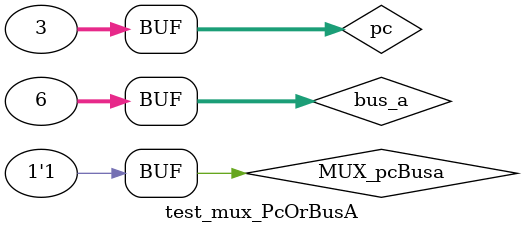
<source format=v>
`timescale 1ns / 1ps


module test_mux_PcOrBusA;
	reg[31:0]	bus_a;
	reg[31:0]	pc;
	reg			MUX_pcBusa;
	
	wire[31:0]	bus_b_o;
	
	mux_PcOrBusA mux_PcOrBusA0(
		.bus_a(bus_a),
		.pc(pc),
		.MUX_pcBusa(MUX_pcBusa),
		
		.bus_b_o(bus_b_o)
		);
	
	initial begin
		#0
		bus_a = 32'b0;
		pc = 32'b1;
		MUX_pcBusa = 1'b1;
		#50
		MUX_pcBusa = 1'b0;
		#50
		bus_a = 32'b10;
		pc = 32'b11;
		MUX_pcBusa = 1'b0;
		#50
		MUX_pcBusa = 1'b1;
		#50
		bus_a = 32'b110;
	end
endmodule

</source>
